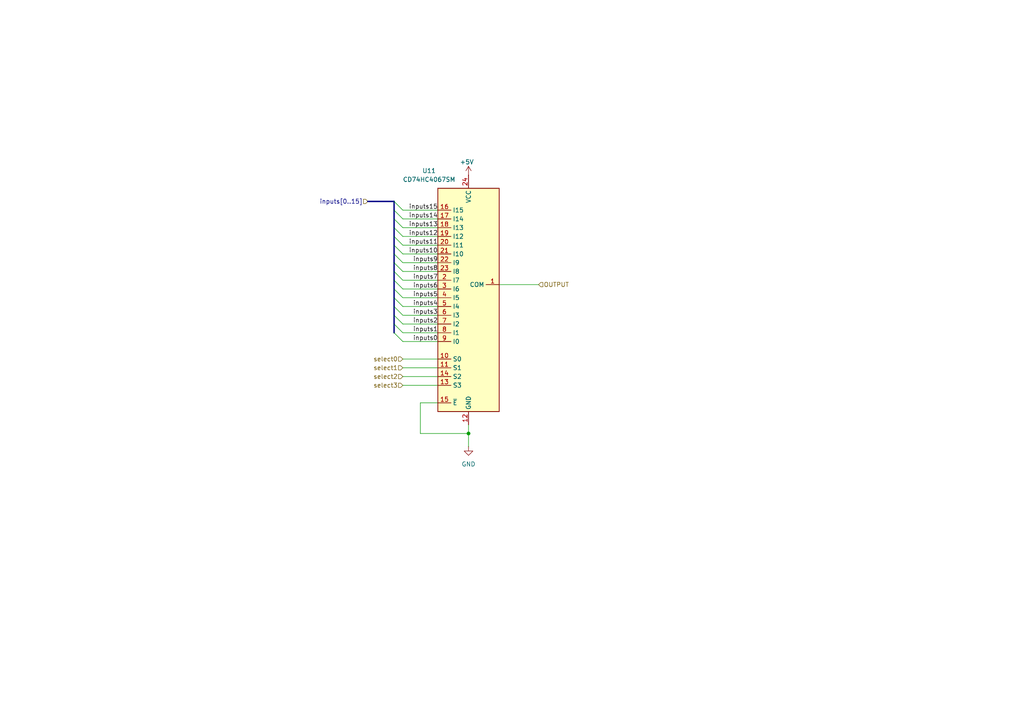
<source format=kicad_sch>
(kicad_sch (version 20250114) (generator "eeschema") (generator_version "9.0")
  (paper "A4")
  (title_block (date "2025-11-05") (rev "1") (company "Purdue Space Program Liquids"))
  (lib_symbols
    (symbol "74xx:CD74HC4067SM"
      (property "Reference" "U10" (at -2.54 -36.576 0))
      (property "Value" "CD74HC4067SM" (at -2.54 -34.036 0))
      (symbol "CD74HC4067SM_0_1"
        (rectangle (start -8.89 33.02) (end 8.89 -31.75) (stroke (width 0.254)) (fill (type background)))
      )
      (symbol "CD74HC4067SM_1_1"
        (pin passive line (at -8.89 26.67 0) (length 3.81) (name "I15") (number "16"))
        (pin passive line (at -8.89 24.13 0) (length 3.81) (name "I14") (number "17"))
        (pin passive line (at -8.89 21.59 0) (length 3.81) (name "I13") (number "18"))
        (pin passive line (at -8.89 19.05 0) (length 3.81) (name "I12") (number "19"))
        (pin passive line (at -8.89 16.51 0) (length 3.81) (name "I11") (number "20"))
        (pin passive line (at -8.89 13.97 0) (length 3.81) (name "I10") (number "21"))
        (pin passive line (at -8.89 11.43 0) (length 3.81) (name "I9") (number "22"))
        (pin passive line (at -8.89 8.89 0) (length 3.81) (name "I8") (number "23"))
        (pin passive line (at -8.89 6.35 0) (length 3.81) (name "I7") (number "2"))
        (pin passive line (at -8.89 3.81 0) (length 3.81) (name "I6") (number "3"))
        (pin passive line (at -8.89 1.27 0) (length 3.81) (name "I5") (number "4"))
        (pin passive line (at -8.89 -1.27 0) (length 3.81) (name "I4") (number "5"))
        (pin passive line (at -8.89 -3.81 0) (length 3.81) (name "I3") (number "6"))
        (pin passive line (at -8.89 -6.35 0) (length 3.81) (name "I2") (number "7"))
        (pin passive line (at -8.89 -8.89 0) (length 3.81) (name "I1") (number "8"))
        (pin passive line (at -8.89 -11.43 0) (length 3.81) (name "I0") (number "9"))
        (pin input line (at -8.89 -16.51 0) (length 3.81) (name "S0") (number "10"))
        (pin input line (at -8.89 -19.05 0) (length 3.81) (name "S1") (number "11"))
        (pin input line (at -8.89 -21.59 0) (length 3.81) (name "S2") (number "14"))
        (pin input line (at -8.89 -24.13 0) (length 3.81) (name "S3") (number "13"))
        (pin input line (at -8.89 -29.21 0) (length 3.81) (name "~{E}") (number "15"))
        (pin power_in line (at 0 36.83 270) (length 3.81) (name "VCC") (number "24"))
        (pin power_in line (at 0 -35.56 90) (length 3.81) (name "GND") (number "12"))
        (pin passive line (at 8.89 5.08 180) (length 3.81) (name "COM") (number "1"))
      )
    )
    (symbol "power:+5V" (power) (pin_numbers (hide yes)) (pin_names (offset 0) (hide yes))
      (property "Value" "+5V" (at 0 3.556 0))
      (symbol "+5V_0_1"
        (polyline (pts (xy -0.762 1.27) (xy 0 2.54)))
        (polyline (pts (xy 0 2.54) (xy 0.762 1.27)))
        (polyline (pts (xy 0 0) (xy 0 2.54)))
      )
      (symbol "+5V_1_1"
        (pin power_in line (at 0 0 90) (length 0) (name "~") (number "1"))
      )
    )
    (symbol "power:GND" (power) (pin_numbers (hide yes)) (pin_names (offset 0) (hide yes))
      (property "Value" "GND" (at 0 -3.81 0))
      (symbol "GND_0_1"
        (polyline (pts (xy 0 0) (xy 0 -1.27) (xy 1.27 -1.27) (xy 0 -2.54) (xy -1.27 -1.27) (xy 0 -1.27)))
      )
      (symbol "GND_1_1"
        (pin power_in line (at 0 0 270) (length 0) (name "~") (number "1"))
      )
    )
  )
  (junction (at 135.89 125.73))
  (bus_entry (at 114.3 73.66) (size 2.54 2.54))
  (bus_entry (at 114.3 68.58) (size 2.54 2.54))
  (bus_entry (at 114.3 58.42) (size 2.54 2.54))
  (bus_entry (at 114.3 83.82) (size 2.54 2.54))
  (bus_entry (at 114.3 76.2) (size 2.54 2.54))
  (bus_entry (at 114.3 88.9) (size 2.54 2.54))
  (bus_entry (at 114.3 91.44) (size 2.54 2.54))
  (bus_entry (at 114.3 81.28) (size 2.54 2.54))
  (bus_entry (at 114.3 71.12) (size 2.54 2.54))
  (bus_entry (at 114.3 66.04) (size 2.54 2.54))
  (bus_entry (at 114.3 96.52) (size 2.54 2.54))
  (bus_entry (at 114.3 63.5) (size 2.54 2.54))
  (bus_entry (at 114.3 93.98) (size 2.54 2.54))
  (bus_entry (at 114.3 86.36) (size 2.54 2.54))
  (bus_entry (at 114.3 78.74) (size 2.54 2.54))
  (bus_entry (at 114.3 60.96) (size 2.54 2.54))
  (wire (pts (xy 116.84 111.76) (xy 127 111.76)))
  (bus (pts (xy 114.3 66.04) (xy 114.3 68.58)) (stroke (width 0.4064)))
  (wire (pts (xy 116.84 93.98) (xy 127 93.98)))
  (wire (pts (xy 116.84 109.22) (xy 127 109.22)))
  (bus (pts (xy 106.68 58.42) (xy 114.3 58.42)) (stroke (width 0.4064)))
  (bus (pts (xy 114.3 60.96) (xy 114.3 63.5)) (stroke (width 0.4064)))
  (bus (pts (xy 114.3 93.98) (xy 114.3 96.52)) (stroke (width 0.4064)))
  (wire (pts (xy 116.84 63.5) (xy 127 63.5)))
  (wire (pts (xy 116.84 66.04) (xy 127 66.04)))
  (bus (pts (xy 114.3 81.28) (xy 114.3 83.82)) (stroke (width 0.4064)))
  (wire (pts (xy 116.84 81.28) (xy 127 81.28)))
  (bus (pts (xy 114.3 76.2) (xy 114.3 78.74)) (stroke (width 0.4064)))
  (wire (pts (xy 121.92 116.84) (xy 127 116.84)))
  (wire (pts (xy 116.84 106.68) (xy 127 106.68)))
  (bus (pts (xy 114.3 78.74) (xy 114.3 81.28)) (stroke (width 0.4064)))
  (wire (pts (xy 116.84 83.82) (xy 127 83.82)))
  (wire (pts (xy 116.84 99.06) (xy 127 99.06)))
  (bus (pts (xy 114.3 58.42) (xy 114.3 60.96)) (stroke (width 0.4064)))
  (wire (pts (xy 116.84 78.74) (xy 127 78.74)))
  (bus (pts (xy 114.3 88.9) (xy 114.3 91.44)) (stroke (width 0.4064)))
  (bus (pts (xy 114.3 68.58) (xy 114.3 71.12)) (stroke (width 0.4064)))
  (bus (pts (xy 114.3 71.12) (xy 114.3 73.66)) (stroke (width 0.4064)))
  (bus (pts (xy 114.3 91.44) (xy 114.3 93.98)) (stroke (width 0.4064)))
  (wire (pts (xy 116.84 68.58) (xy 127 68.58)))
  (wire (pts (xy 116.84 104.14) (xy 127 104.14)))
  (bus (pts (xy 114.3 83.82) (xy 114.3 86.36)) (stroke (width 0.4064)))
  (wire (pts (xy 116.84 60.96) (xy 127 60.96)))
  (wire (pts (xy 135.89 125.73) (xy 135.89 129.54)))
  (wire (pts (xy 116.84 86.36) (xy 127 86.36)))
  (wire (pts (xy 116.84 73.66) (xy 127 73.66)))
  (wire (pts (xy 156.21 82.55) (xy 144.78 82.55)))
  (bus (pts (xy 114.3 73.66) (xy 114.3 76.2)) (stroke (width 0.4064)))
  (bus (pts (xy 114.3 86.36) (xy 114.3 88.9)) (stroke (width 0.4064)))
  (wire (pts (xy 116.84 91.44) (xy 127 91.44)))
  (wire (pts (xy 116.84 96.52) (xy 127 96.52)))
  (wire (pts (xy 121.92 125.73) (xy 135.89 125.73)))
  (wire (pts (xy 116.84 88.9) (xy 127 88.9)))
  (wire (pts (xy 135.89 123.19) (xy 135.89 125.73)))
  (wire (pts (xy 116.84 71.12) (xy 127 71.12)))
  (wire (pts (xy 121.92 116.84) (xy 121.92 125.73)))
  (bus (pts (xy 114.3 63.5) (xy 114.3 66.04)) (stroke (width 0.4064)))
  (wire (pts (xy 116.84 76.2) (xy 127 76.2)))
  (label "inputs14" (at 127 63.5 180))
  (label "inputs15" (at 127 60.96 180))
  (label "inputs10" (at 127 73.66 180))
  (label "inputs2" (at 127 93.98 180))
  (label "inputs8" (at 127 78.74 180))
  (label "inputs1" (at 127 96.52 180))
  (label "inputs9" (at 127 76.2 180))
  (label "inputs12" (at 127 68.58 180))
  (label "inputs4" (at 127 88.9 180))
  (label "inputs6" (at 127 83.82 180))
  (label "inputs7" (at 127 81.28 180))
  (label "inputs5" (at 127 86.36 180))
  (label "inputs11" (at 127 71.12 180))
  (label "inputs3" (at 127 91.44 180))
  (label "inputs13" (at 127 66.04 180))
  (label "inputs0" (at 127 99.06 180))
  (hierarchical_label "select0" (shape input) (at 116.84 104.14 180))
  (hierarchical_label "inputs[0..15]" (shape input) (at 106.68 58.42 180))
  (hierarchical_label "select2" (shape input) (at 116.84 109.22 180))
  (hierarchical_label "select1" (shape input) (at 116.84 106.68 180))
  (hierarchical_label "select3" (shape input) (at 116.84 111.76 180))
  (hierarchical_label "OUTPUT" (shape input) (at 156.21 82.55 0))
  (symbol (lib_id "74xx:CD74HC4067SM") (at 135.89 87.63 0) (unit 1)
    (property "Reference" "U11" (at 124.46 49.53 0))
    (property "Value" "CD74HC4067SM" (at 124.46 52.07 0))
    (property "Footprint" "Package_SO:SSOP-24_5.3x8.2mm_P0.65mm" (effects (hide yes)))
    (property "Datasheet" "http://www.ti.com/lit/ds/symlink/cd74hc4067.pdf" (effects (hide yes)))
    (property "Description" "High-Speed CMOS Logic 16-Channel Analog Multiplexer/Demultiplexer, SSOP-24" (effects (hide yes)))
    (property "DIGIKEY PART N" "296-9226-1-ND" (effects (hide yes)))
  )
  (symbol (lib_id "power:+5V") (at 135.89 50.8 0) (unit 1)
    (property "Reference" "#PWR065" (effects (hide yes)))
    (property "Value" "+5V" (at 133.35 46.99 0) (effects (justify left)))
    (property "Description" "Power symbol creates a global label with name \"+5V\"" (effects (hide yes)))
  )
  (symbol (lib_id "power:GND") (at 135.89 129.54 0) (unit 1)
    (property "Reference" "#PWR066" (effects (hide yes)))
    (property "Value" "GND" (at 135.89 134.62 0))
    (property "Description" "Power symbol creates a global label with name \"GND\" , ground" (effects (hide yes)))
  )
)
</source>
